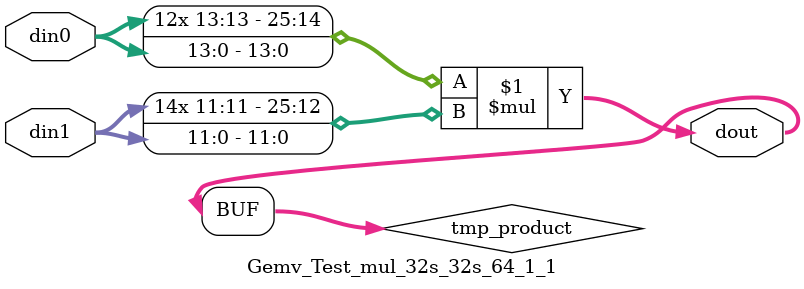
<source format=v>

`timescale 1 ns / 1 ps

 (* use_dsp = "yes" *)  module Gemv_Test_mul_32s_32s_64_1_1(din0, din1, dout);
parameter ID = 1;
parameter NUM_STAGE = 0;
parameter din0_WIDTH = 14;
parameter din1_WIDTH = 12;
parameter dout_WIDTH = 26;

input [din0_WIDTH - 1 : 0] din0; 
input [din1_WIDTH - 1 : 0] din1; 
output [dout_WIDTH - 1 : 0] dout;

wire signed [dout_WIDTH - 1 : 0] tmp_product;



























assign tmp_product = $signed(din0) * $signed(din1);








assign dout = tmp_product;





















endmodule

</source>
